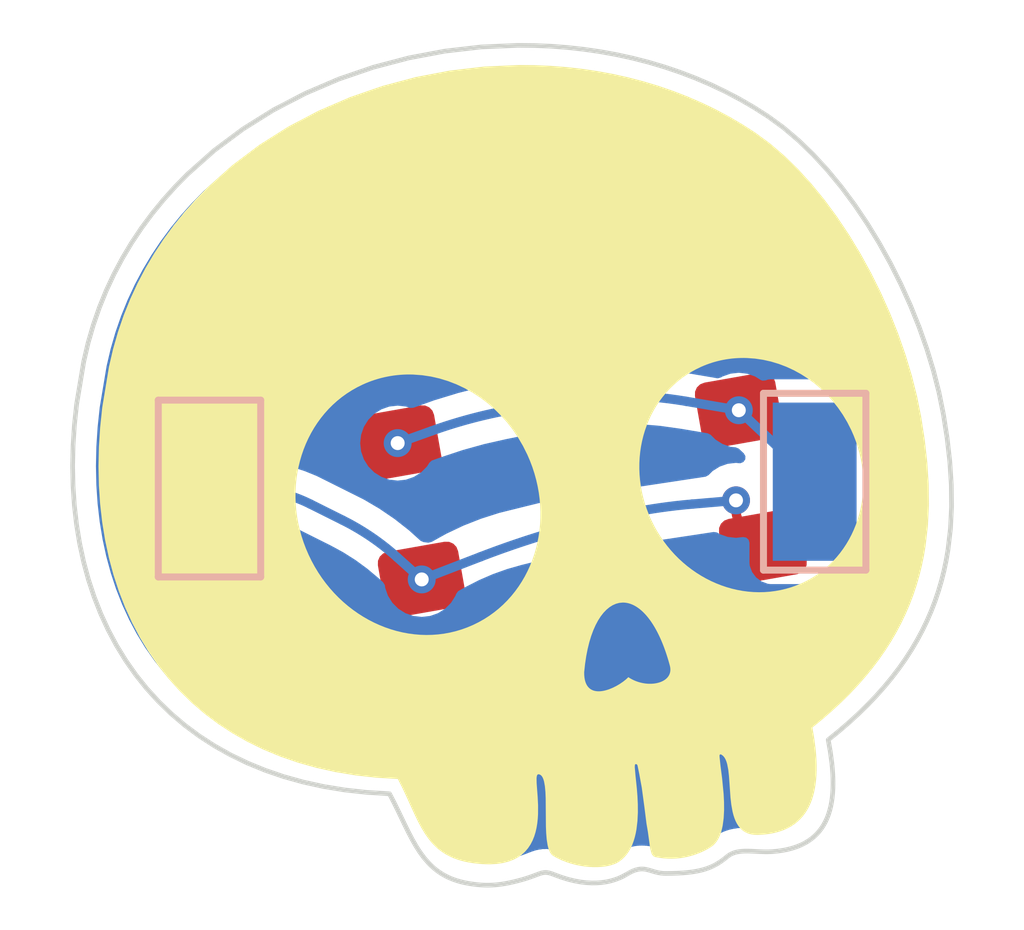
<source format=kicad_pcb>
(kicad_pcb (version 20240108) (generator "pcbnew") (generator_version "8.0")
  (layers (0 "F.Cu" signal) (31 "B.Cu" signal) (34 "B.Paste" user) (35 "F.Paste" user) (36 "B.SilkS" user "B.Silkscreen") (37 "F.SilkS" user "F.Silkscreen") (38 "B.Mask" user) (39 "F.Mask" user) (44 "Edge.Cuts" user))
  (net 0 "")
  (net 1 "Net-(D1-A)")
  (net 2 "Net-(D1-K)")
  (footprint "LED_SMD:LED_1206_3216Metric_Pad1.42x1.75mm_HandSolder" (layer "F.Cu") (at -3.199314 0.488344 100)
    (property "Reference" "D1" (hide yes))
    (property "Value" "SFH2701")
    (pad "1" smd roundrect (at -1.487502 0 100) (size 1.425 1.75) (layers "F.Cu" "F.Paste" "F.Mask") (roundrect_rratio 0.175439) (net 2 "Net-(D1-K)"))
    (pad "2" smd roundrect (at 1.487502 0 100) (size 1.425 1.75) (layers "F.Cu" "F.Paste" "F.Mask") (roundrect_rratio 0.175439) (net 1 "Net-(D1-A)"))
  )
  (footprint "Library:Physical" (layer "F.Cu") (at -1.5 -1)
    (property "Reference" "REF**" (hide yes))
    (property "Value" "Physical" (hide yes))
    (fp_poly (pts (xy 0.986938 -8.100074) (xy 1.324009 -8.085595) (xy 1.660003 -8.059706) (xy 1.994476 -8.022325) (xy 2.326987 -7.973371) (xy 2.657093 -7.91276) (xy 2.984351 -7.840412) (xy 3.308318 -7.756243) (xy 3.628553 -7.660172) (xy 3.944613 -7.552116) (xy 4.256054 -7.431993) (xy 4.562436 -7.299722) (xy 4.863314 -7.155219) (xy 5.158247 -6.998403) (xy 5.446793 -6.829191) (xy 5.728507 -6.647502) (xy 6.040339 -6.418013) (xy 6.346166 -6.156182) (xy 6.644722 -5.864589) (xy 6.934742 -5.545816) (xy 7.21496 -5.202443) (xy 7.484111 -4.837051) (xy 7.740929 -4.45222) (xy 7.984149 -4.050532) (xy 8.212505 -3.634568) (xy 8.424731 -3.206908) (xy 8.619563 -2.770133) (xy 8.795733 -2.326824) (xy 8.951978 -1.879562) (xy 9.08703 -1.430928) (xy 9.199626 -0.983502) (xy 9.288498 -0.539865) (xy 9.364716 -0.046722) (xy 9.418771 0.434109) (xy 9.449061 0.903097) (xy 9.453983 1.360715) (xy 9.431936 1.807433) (xy 9.381317 2.243723) (xy 9.344792 2.458105) (xy 9.300523 2.670057) (xy 9.24831 2.879636) (xy 9.187953 3.086904) (xy 9.119251 3.291917) (xy 9.042005 3.494736) (xy 8.956013 3.695419) (xy 8.861075 3.894025) (xy 8.756992 4.090613) (xy 8.643562 4.285241) (xy 8.520587 4.47797) (xy 8.387864 4.668857) (xy 8.245195 4.857961) (xy 8.092379 5.045342) (xy 7.929215 5.231058) (xy 7.755503 5.415169) (xy 7.571043 5.597732) (xy 7.375635 5.778807) (xy 7.169078 5.958454) (xy 6.951172 6.13673) (xy 6.99255 6.378644) (xy 7.022067 6.61154) (xy 7.032146 6.724338) (xy 7.038984 6.83456) (xy 7.042486 6.942097) (xy 7.042562 7.046844) (xy 7.039118 7.148693) (xy 7.032062 7.247536) (xy 7.021302 7.343266) (xy 7.006745 7.435776) (xy 6.9883 7.524959) (xy 6.965873 7.610708) (xy 6.939372 7.692915) (xy 6.908705 7.771473) (xy 6.873779 7.846274) (xy 6.834503 7.917212) (xy 6.790783 7.984179) (xy 6.742527 8.047068) (xy 6.689644 8.105771) (xy 6.63204 8.160182) (xy 6.569623 8.210193) (xy 6.5023 8.255697) (xy 6.429981 8.296587) (xy 6.352571 8.332755) (xy 6.269979 8.364093) (xy 6.182112 8.390496) (xy 6.088878 8.411855) (xy 5.990184 8.428064) (xy 5.885939 8.439014) (xy 5.776049 8.4446) (xy 5.696046 8.442024) (xy 5.623809 8.430405) (xy 5.558915 8.410313) (xy 5.500942 8.382319) (xy 5.449467 8.346993) (xy 5.404067 8.304906) (xy 5.364318 8.25663) (xy 5.329799 8.202733) (xy 5.300085 8.143788) (xy 5.274755 8.080365) (xy 5.253384 8.013035) (xy 5.235551 7.942368) (xy 5.208805 7.793308) (xy 5.191133 7.637749) (xy 5.169477 7.325402) (xy 5.158727 7.177743) (xy 5.143517 7.04185) (xy 5.120464 6.922287) (xy 5.104939 6.870056) (xy 5.086185 6.82362) (xy 5.063778 6.78355) (xy 5.037296 6.750415) (xy 5.006316 6.724788) (xy 4.985007 6.713247) (xy 4.966409 6.715536) (xy 4.955823 6.730128) (xy 4.956765 6.769102) (xy 4.976838 6.956248) (xy 5.012115 7.232926) (xy 5.044075 7.56339) (xy 5.053025 7.737621) (xy 5.0542 7.911893) (xy 5.045286 8.081737) (xy 5.023969 8.242685) (xy 5.007935 8.318427) (xy 4.987932 8.390269) (xy 4.963671 8.457653) (xy 4.934862 8.52002) (xy 4.901216 8.576812) (xy 4.862443 8.62747) (xy 4.818254 8.671435) (xy 4.76836 8.70815) (xy 4.720754 8.736693) (xy 4.668822 8.765448) (xy 4.612666 8.79392) (xy 4.552388 8.821616) (xy 4.48809 8.848042) (xy 4.419873 8.872702) (xy 4.34784 8.895104) (xy 4.272092 8.914753) (xy 4.192731 8.931156) (xy 4.109859 8.943817) (xy 4.023578 8.952243) (xy 3.933989 8.955941) (xy 3.841196 8.954415) (xy 3.745298 8.947173) (xy 3.646399 8.933719) (xy 3.5955 8.92364) (xy 3.561815 8.915568) (xy 3.537088 8.901144) (xy 3.514114 8.877122) (xy 3.496315 8.845795) (xy 3.466614 8.73621) (xy 3.442008 8.558846) (xy 3.416894 8.376027) (xy 3.386777 8.200229) (xy 3.34355 7.85542) (xy 3.285386 7.425221) (xy 3.231351 7.132021) (xy 3.194147 6.949547) (xy 3.180621 6.927899) (xy 3.161257 6.922543) (xy 3.142716 6.927899) (xy 3.138091 6.941927) (xy 3.138091 6.941932) (xy 3.135229 6.985739) (xy 3.151338 7.171867) (xy 3.164095 7.294719) (xy 3.170474 7.356145) (xy 3.176852 7.417571) (xy 3.180152 7.449355) (xy 3.192882 7.61179) (xy 3.201057 7.784381) (xy 3.202101 7.9629) (xy 3.193437 8.14312) (xy 3.172488 8.320812) (xy 3.156602 8.407388) (xy 3.136678 8.491748) (xy 3.112394 8.573361) (xy 3.083429 8.6517) (xy 3.049461 8.726236) (xy 3.010166 8.796441) (xy 2.965223 8.861785) (xy 2.914311 8.921742) (xy 2.857106 8.975781) (xy 2.793287 9.023375) (xy 2.737991 9.054398) (xy 2.674177 9.080685) (xy 2.602729 9.102135) (xy 2.52453 9.118643) (xy 2.440463 9.130106) (xy 2.35141 9.13642) (xy 2.258255 9.137483) (xy 2.161882 9.133191) (xy 2.063172 9.123441) (xy 1.963009 9.108128) (xy 1.862276 9.087151) (xy 1.761856 9.060405) (xy 1.662633 9.027787) (xy 1.565488 8.989193) (xy 1.471306 8.944522) (xy 1.380969 8.893668) (xy 1.3534 8.871831) (xy 1.329268 8.842645) (xy 1.308343 8.806632) (xy 1.290399 8.764313) (xy 1.275204 8.716211) (xy 1.262532 8.66285) (xy 1.243838 8.542434) (xy 1.232486 8.407246) (xy 1.226647 8.261463) (xy 1.224187 7.95483) (xy 1.221816 7.655965) (xy 1.216089 7.519892) (xy 1.204895 7.398299) (xy 1.186404 7.295362) (xy 1.173849 7.252197) (xy 1.158784 7.215262) (xy 1.14098 7.185082) (xy 1.120208 7.162177) (xy 1.096238 7.147071) (xy 1.068843 7.140286) (xy 1.050368 7.144866) (xy 1.037513 7.161644) (xy 1.029552 7.189756) (xy 1.02576 7.22834) (xy 1.027781 7.333465) (xy 1.037774 7.470108) (xy 1.049936 7.631358) (xy 1.058466 7.810306) (xy 1.057559 8.00004) (xy 1.051754 8.096793) (xy 1.041415 8.193651) (xy 1.025815 8.28975) (xy 1.004229 8.384227) (xy 0.975933 8.476218) (xy 0.940201 8.564859) (xy 0.896307 8.649286) (xy 0.843526 8.728636) (xy 0.781134 8.802044) (xy 0.708404 8.868647) (xy 0.624611 8.927581) (xy 0.52903 8.977983) (xy 0.420936 9.018988) (xy 0.299603 9.049732) (xy 0.164306 9.069352) (xy 0.01432 9.076985) (xy -0.15108 9.071765) (xy -0.332621 9.05283) (xy -0.429592 9.037329) (xy -0.521052 9.018307) (xy -0.607255 8.995852) (xy -0.688452 8.970049) (xy -0.764896 8.940988) (xy -0.836839 8.908754) (xy -0.904534 8.873435) (xy -0.968232 8.835119) (xy -1.028187 8.793893) (xy -1.08465 8.749844) (xy -1.137874 8.703058) (xy -1.188112 8.653625) (xy -1.235615 8.60163) (xy -1.280636 8.54716) (xy -1.36424 8.431149) (xy -1.440944 8.306289) (xy -1.512766 8.173277) (xy -1.581725 8.032812) (xy -1.64984 7.885592) (xy -1.791611 7.57368) (xy -1.869304 7.410383) (xy -1.954227 7.243123) (xy -2.417878 7.214909) (xy -2.86448 7.165105) (xy -3.293997 7.094264) (xy -3.706394 7.002942) (xy -4.101636 6.89169) (xy -4.479687 6.761065) (xy -4.840512 6.61162) (xy -5.184075 6.443908) (xy -5.510341 6.258485) (xy -5.819275 6.055903) (xy -6.11084 5.836718) (xy -6.385003 5.601483) (xy -6.641727 5.350752) (xy -6.880976 5.085079) (xy -6.989781 4.947657) (xy 2.048629 4.947657) (xy 2.049836 5.008896) (xy 2.055018 5.064437) (xy 2.063963 5.114477) (xy 2.076456 5.159212) (xy 2.092284 5.198838) (xy 2.111231 5.23355) (xy 2.133085 5.263546) (xy 2.157631 5.289021) (xy 2.184655 5.310172) (xy 2.213943 5.327194) (xy 2.245281 5.340284) (xy 2.278455 5.349637) (xy 2.313252 5.35545) (xy 2.349456 5.35792) (xy 2.386854 5.357241) (xy 2.425233 5.353611) (xy 2.464377 5.347224) (xy 2.504074 5.338279) (xy 2.544108 5.32697) (xy 2.584266 5.313493) (xy 2.664098 5.280823) (xy 2.741857 5.241836) (xy 2.815832 5.198103) (xy 2.884309 5.151191) (xy 2.945578 5.102671) (xy 2.997925 5.05411) (xy 3.0354 5.078059) (xy 3.07393 5.099729) (xy 3.113349 5.119142) (xy 3.153487 5.136322) (xy 3.194179 5.151291) (xy 3.235254 5.164073) (xy 3.276546 5.174691) (xy 3.317887 5.183168) (xy 3.359109 5.189526) (xy 3.400044 5.193788) (xy 3.440525 5.195979) (xy 3.480383 5.19612) (xy 3.51945 5.194235) (xy 3.557559 5.190346) (xy 3.594542 5.184477) (xy 3.630231 5.17665) (xy 3.664458 5.16689) (xy 3.697056 5.155218) (xy 3.727856 5.141657) (xy 3.75669 5.126231) (xy 3.783392 5.108963) (xy 3.807792 5.089876) (xy 3.829723 5.068992) (xy 3.849018 5.046335) (xy 3.865508 5.021927) (xy 3.879026 4.995792) (xy 3.889403 4.967953) (xy 3.896472 4.938432) (xy 3.900065 4.907253) (xy 3.900014 4.874439) (xy 3.896152 4.840012) (xy 3.88831 4.803996) (xy 3.864703 4.719184) (xy 3.840234 4.637178) (xy 3.814935 4.557971) (xy 3.788841 4.481556) (xy 3.761987 4.407927) (xy 3.734407 4.337078) (xy 3.706136 4.269004) (xy 3.677207 4.203697) (xy 3.647655 4.141152) (xy 3.617514 4.081363) (xy 3.586818 4.024322) (xy 3.555603 3.970025) (xy 3.523902 3.918464) (xy 3.491749 3.869635) (xy 3.45918 3.823529) (xy 3.426227 3.780142) (xy 3.392926 3.739467) (xy 3.359311 3.701498) (xy 3.325416 3.666229) (xy 3.291276 3.633653) (xy 3.256924 3.603765) (xy 3.222396 3.576558) (xy 3.187725 3.552026) (xy 3.152945 3.530162) (xy 3.118092 3.510962) (xy 3.0832 3.494417) (xy 3.048302 3.480523) (xy 3.013433 3.469273) (xy 2.978628 3.460661) (xy 2.94392 3.454681) (xy 2.909345 3.451325) (xy 2.874936 3.45059) (xy 2.874937 3.450591) (xy 2.802389 3.457722) (xy 2.731082 3.476646) (xy 2.661346 3.507304) (xy 2.593512 3.549641) (xy 2.527914 3.603598) (xy 2.464881 3.669117) (xy 2.404746 3.746143) (xy 2.347841 3.834616) (xy 2.294495 3.934481) (xy 2.245043 4.045679) (xy 2.199813 4.168153) (xy 2.15914 4.301846) (xy 2.123353 4.4467) (xy 2.092784 4.602658) (xy 2.067766 4.769663) (xy 2.048629 4.947657) (xy -6.989781 4.947657) (xy -7.102716 4.805019) (xy -7.306911 4.511125) (xy -7.493526 4.203952) (xy -7.662525 3.884054) (xy -7.813873 3.551984) (xy -7.947534 3.208296) (xy -8.063473 2.853546) (xy -8.161654 2.488286) (xy -8.242043 2.113072) (xy -8.304603 1.728456) (xy -8.3493 1.334993) (xy -8.358438 1.197982) (xy -4.152218 1.197982) (xy -4.146791 1.333989) (xy -4.135064 1.470596) (xy -4.116961 1.607571) (xy -4.092412 1.744686) (xy -4.061341 1.881709) (xy -4.023677 2.018412) (xy -3.979346 2.154564) (xy -3.928274 2.289935) (xy -3.870389 2.424296) (xy -3.806373 2.555851) (xy -3.737143 2.682903) (xy -3.662923 2.805358) (xy -3.583933 2.923121) (xy -3.500396 3.036097) (xy -3.412535 3.144192) (xy -3.32057 3.247312) (xy -3.224724 3.34536) (xy -3.125219 3.438244) (xy -3.022277 3.525867) (xy -2.91612 3.608136) (xy -2.80697 3.684955) (xy -2.695048 3.756231) (xy -2.580578 3.821868) (xy -2.46378 3.881771) (xy -2.344877 3.935846) (xy -2.224091 3.983999) (xy -2.101644 4.026134) (xy -1.977757 4.062157) (xy -1.852654 4.091974) (xy -1.726555 4.115489) (xy -1.599683 4.132608) (xy -1.472259 4.143236) (xy -1.344507 4.147278) (xy -1.216647 4.144641) (xy -1.088902 4.135228) (xy -0.961493 4.118947) (xy -0.834644 4.0957) (xy -0.708574 4.065395) (xy -0.583508 4.027937) (xy -0.459666 3.98323) (xy -0.337271 3.931181) (xy -0.217958 3.87242) (xy -0.103263 3.807771) (xy 0.00674 3.737464) (xy 0.111978 3.661729) (xy 0.212377 3.580796) (xy 0.307865 3.494894) (xy 0.398368 3.404254) (xy 0.483814 3.309106) (xy 0.564128 3.209679) (xy 0.639239 3.106204) (xy 0.709073 2.998911) (xy 0.773556 2.888029) (xy 0.832615 2.773788) (xy 0.886178 2.656419) (xy 0.934171 2.536151) (xy 0.976521 2.413214) (xy 1.013156 2.287839) (xy 1.044001 2.160255) (xy 1.068983 2.030692) (xy 1.08803 1.899381) (xy 1.101068 1.76655) (xy 1.108025 1.632431) (xy 1.108827 1.497253) (xy 1.1034 1.361245) (xy 1.091672 1.224639) (xy 1.07357 1.087664) (xy 1.04902 0.950549) (xy 1.01795 0.813526) (xy 0.980286 0.676823) (xy 0.947404 0.575836) (xy 3.2332 0.575836) (xy 3.238171 0.698143) (xy 3.248902 0.820989) (xy 3.26546 0.944165) (xy 3.287912 1.067467) (xy 3.316325 1.190686) (xy 3.350765 1.313616) (xy 3.391299 1.43605) (xy 3.437994 1.557782) (xy 3.490918 1.678605) (xy 3.549442 1.79692) (xy 3.612734 1.911187) (xy 3.680588 2.021319) (xy 3.752803 2.127233) (xy 3.829176 2.228842) (xy 3.909503 2.326062) (xy 3.993582 2.418807) (xy 4.081209 2.506992) (xy 4.172182 2.590532) (xy 4.266298 2.669342) (xy 4.363354 2.743337) (xy 4.463147 2.812432) (xy 4.565474 2.87654) (xy 4.670132 2.935579) (xy 4.776917 2.989461) (xy 4.885628 3.038102) (xy 4.996061 3.081416) (xy 5.108013 3.11932) (xy 5.221282 3.151727) (xy 5.335664 3.178552) (xy 5.450956 3.19971) (xy 5.566956 3.215116) (xy 5.68346 3.224685) (xy 5.800265 3.228331) (xy 5.917169 3.22597) (xy 6.033969 3.217516) (xy 6.150462 3.202884) (xy 6.266444 3.18199) (xy 6.381713 3.154747) (xy 6.496066 3.121071) (xy 6.609299 3.080876) (xy 6.721211 3.034077) (xy 6.830277 2.981211) (xy 6.935119 2.923051) (xy 7.035672 2.859804) (xy 7.131868 2.791677) (xy 7.223641 2.718877) (xy 7.310923 2.64161) (xy 7.393648 2.560084) (xy 7.47175 2.474505) (xy 7.54516 2.385079) (xy 7.613813 2.292015) (xy 7.677641 2.195517) (xy 7.736578 2.095794) (xy 7.790557 1.993051) (xy 7.839511 1.887496) (xy 7.883374 1.779335) (xy 7.922077 1.668776) (xy 7.955555 1.556024) (xy 7.983741 1.441287) (xy 8.006568 1.324772) (xy 8.023969 1.206684) (xy 8.035877 1.087231) (xy 8.042225 0.966621) (xy 8.042947 0.845058) (xy 8.037976 0.722751) (xy 8.027245 0.599905) (xy 8.010686 0.476729) (xy 7.988234 0.353427) (xy 7.959822 0.230208) (xy 7.925382 0.107278) (xy 7.884848 -0.015156) (xy 7.838152 -0.136888) (xy 7.785229 -0.257711) (xy 7.700542 -0.424634) (xy 7.605838 -0.584023) (xy 7.501683 -0.735486) (xy 7.388644 -0.878632) (xy 7.267285 -1.013071) (xy 7.138173 -1.138411) (xy 7.001872 -1.254262) (xy 6.85895 -1.360233) (xy 6.709971 -1.455933) (xy 6.555501 -1.540972) (xy 6.396106 -1.614958) (xy 6.232352 -1.677501) (xy 6.064805 -1.728209) (xy 5.894029 -1.766692) (xy 5.720591 -1.792559) (xy 5.545057 -1.80542) (xy 5.480537 -1.806789) (xy 5.416213 -1.806343) (xy 5.352117 -1.804088) (xy 5.288283 -1.800032) (xy 5.224746 -1.79418) (xy 5.161537 -1.78654) (xy 5.098691 -1.777117) (xy 5.036241 -1.765919) (xy 4.974221 -1.752951) (xy 4.912665 -1.738221) (xy 4.851606 -1.721734) (xy 4.791077 -1.703497) (xy 4.731112 -1.683517) (xy 4.671744 -1.661801) (xy 4.613008 -1.638354) (xy 4.554936 -1.613184) (xy 4.44587 -1.560317) (xy 4.341028 -1.502157) (xy 4.240475 -1.43891) (xy 4.144279 -1.370783) (xy 4.052506 -1.297983) (xy 3.965224 -1.220716) (xy 3.882499 -1.13919) (xy 3.804397 -1.053611) (xy 3.730987 -0.964185) (xy 3.662334 -0.871121) (xy 3.598506 -0.774623) (xy 3.539569 -0.6749) (xy 3.48559 -0.572157) (xy 3.436636 -0.466602) (xy 3.392774 -0.358441) (xy 3.35407 -0.247882) (xy 3.320592 -0.13513) (xy 3.292406 -0.020393) (xy 3.269579 0.096122) (xy 3.252178 0.21421) (xy 3.24027 0.333662) (xy 3.233922 0.454273) (xy 3.2332 0.575836) (xy 0.947404 0.575836) (xy 0.935954 0.540671) (xy 0.884883 0.4053) (xy 0.826998 0.270939) (xy 0.734358 0.085316) (xy 0.630761 -0.091926) (xy 0.516825 -0.260352) (xy 0.393169 -0.419528) (xy 0.260413 -0.569019) (xy 0.119176 -0.708391) (xy -0.029924 -0.837207) (xy -0.186267 -0.955035) (xy -0.349235 -1.061439) (xy -0.518208 -1.155984) (xy -0.692568 -1.238236) (xy -0.871695 -1.307761) (xy -1.05497 -1.364123) (xy -1.241775 -1.406887) (xy -1.431491 -1.43562) (xy -1.623498 -1.449886) (xy -1.694048 -1.45139) (xy -1.764383 -1.450876) (xy -1.834469 -1.448352) (xy -1.904268 -1.443826) (xy -1.973742 -1.437305) (xy -2.042857 -1.428795) (xy -2.111575 -1.418305) (xy -2.179858 -1.405841) (xy -2.247672 -1.39141) (xy -2.314979 -1.37502) (xy -2.381742 -1.356679) (xy -2.447924 -1.336392) (xy -2.51349 -1.314169) (xy -2.578402 -1.290015) (xy -2.642624 -1.263938) (xy -2.706119 -1.235946) (xy -2.825433 -1.177185) (xy -2.940128 -1.112536) (xy -3.050131 -1.042229) (xy -3.155368 -0.966494) (xy -3.255768 -0.885561) (xy -3.351256 -0.799659) (xy -3.441759 -0.70902) (xy -3.527205 -0.613871) (xy -3.607519 -0.514445) (xy -3.68263 -0.410969) (xy -3.752464 -0.303676) (xy -3.816947 -0.192794) (xy -3.876006 -0.078553) (xy -3.929569 0.038816) (xy -3.977562 0.159084) (xy -4.019913 0.28202) (xy -4.056547 0.407396) (xy -4.087392 0.53498) (xy -4.112374 0.664542) (xy -4.131421 0.795854) (xy -4.14446 0.928685) (xy -4.151416 1.062804) (xy -4.152218 1.197982) (xy -8.358438 1.197982) (xy -8.376097 0.933238) (xy -8.38496 0.523743) (xy -8.375853 0.107064) (xy -8.34874 -0.316246) (xy -8.303587 -0.745632) (xy -8.159016 -1.620418) (xy -8.071257 -1.9996) (xy -7.965526 -2.368451) (xy -7.84241 -2.726864) (xy -7.702497 -3.074735) (xy -7.546374 -3.411956) (xy -7.37463 -3.738421) (xy -7.187851 -4.054025) (xy -6.986625 -4.35866) (xy -6.771541 -4.652221) (xy -6.543184 -4.934601) (xy -6.302143 -5.205694) (xy -6.049005 -5.465395) (xy -5.50879 -5.95019) (xy -4.927239 -6.388139) (xy -4.309052 -6.77839) (xy -3.658929 -7.120094) (xy -2.981572 -7.4124) (xy -2.281679 -7.65446) (xy -1.563952 -7.845422) (xy -0.833091 -7.984437) (xy -0.093797 -8.070655) (xy 0.649231 -8.103227)) (stroke (width -0.000001)) (fill solid) (layer "F.SilkS"))
    (fp_poly (pts (xy 0.978971 -8.521695) (xy 1.335715 -8.506504) (xy 1.69132 -8.479347) (xy 2.045316 -8.440138) (xy 2.397235 -8.388794) (xy 2.746609 -8.325229) (xy 3.092969 -8.249359) (xy 3.435847 -8.161099) (xy 3.774774 -8.060364) (xy 4.109282 -7.947069) (xy 4.438903 -7.821131) (xy 4.763167 -7.682463) (xy 5.081608 -7.530981) (xy 5.393755 -7.366601) (xy 5.699142 -7.189238) (xy 5.997298 -6.998806) (xy 6.327328 -6.758285) (xy 6.650999 -6.483871) (xy 6.966974 -6.178269) (xy 7.273913 -5.844183) (xy 7.570477 -5.484318) (xy 7.855327 -5.101376) (xy 8.127123 -4.698063) (xy 8.384528 -4.277082) (xy 8.626201 -3.841138) (xy 8.850803 -3.392935) (xy 9.056996 -2.935177) (xy 9.24344 -2.470567) (xy 9.408797 -2.001812) (xy 9.551726 -1.531614) (xy 9.67089 -1.062677) (xy 9.764948 -0.597706) (xy 9.845614 -0.080846) (xy 9.902823 0.423114) (xy 9.93488 0.914668) (xy 9.940089 1.394308) (xy 9.916754 1.862528) (xy 9.863179 2.319821) (xy 9.824523 2.544523) (xy 9.77767 2.766679) (xy 9.722409 2.986349) (xy 9.658529 3.203595) (xy 9.585817 3.41848) (xy 9.504062 3.631064) (xy 9.413051 3.841409) (xy 9.312572 4.049577) (xy 9.202414 4.25563) (xy 9.082364 4.459628) (xy 8.952211 4.661635) (xy 8.811742 4.861711) (xy 8.660746 5.059917) (xy 8.499011 5.256317) (xy 8.326324 5.450971) (xy 8.142474 5.64394) (xy 7.947249 5.835287) (xy 7.740436 6.025074) (xy 7.521825 6.213361) (xy 7.291202 6.40021) (xy 7.335426 6.65294) (xy 7.36789 6.894783) (xy 7.379433 7.011436) (xy 7.387702 7.125144) (xy 7.392586 7.235832) (xy 7.393973 7.343426) (xy 7.391751 7.447851) (xy 7.385811 7.549032) (xy 7.37604 7.646896) (xy 7.362326 7.741367) (xy 7.34456 7.832372) (xy 7.322628 7.919835) (xy 7.296421 8.003681) (xy 7.265827 8.083838) (xy 7.230733 8.160229) (xy 7.19103 8.23278) (xy 7.146606 8.301418) (xy 7.097349 8.366066) (xy 7.043148 8.426651) (xy 6.983892 8.483099) (xy 6.919469 8.535334) (xy 6.849769 8.583282) (xy 6.774679 8.626869) (xy 6.694089 8.666019) (xy 6.607887 8.70066) (xy 6.515962 8.730715) (xy 6.418203 8.756111) (xy 6.314497 8.776772) (xy 6.204735 8.792625) (xy 6.088804 8.803594) (xy 6.019597 8.806953) (xy 5.950809 8.807574) (xy 5.882596 8.806141) (xy 5.815117 8.803335) (xy 5.682989 8.796333) (xy 5.618656 8.793499) (xy 5.555686 8.792021) (xy 5.494237 8.792579) (xy 5.434466 8.795855) (xy 5.376532 8.802532) (xy 5.320591 8.813291) (xy 5.293417 8.820414) (xy 5.2668 8.828814) (xy 5.240761 8.838575) (xy 5.215318 8.849783) (xy 5.190492 8.862522) (xy 5.166302 8.876879) (xy 5.142768 8.892939) (xy 5.11991 8.910785) (xy 5.062638 8.956969) (xy 5.005333 8.999706) (xy 4.947278 9.039061) (xy 4.887759 9.075097) (xy 4.826061 9.107879) (xy 4.761469 9.137473) (xy 4.693267 9.163942) (xy 4.620741 9.187351) (xy 4.543175 9.207764) (xy 4.459855 9.225247) (xy 4.370066 9.239862) (xy 4.273092 9.251676) (xy 4.168218 9.260752) (xy 4.05473 9.267155) (xy 3.931913 9.270949) (xy 3.799051 9.272199) (xy 3.76716 9.271571) (xy 3.736656 9.269769) (xy 3.707441 9.266916) (xy 3.679416 9.263135) (xy 3.626542 9.253285) (xy 3.577245 9.241204) (xy 3.48623 9.214297) (xy 3.442935 9.201443) (xy 3.400062 9.190304) (xy 3.356824 9.181866) (xy 3.334821 9.178969) (xy 3.312432 9.177116) (xy 3.289557 9.176433) (xy 3.266097 9.177041) (xy 3.241955 9.179064) (xy 3.217031 9.182626) (xy 3.191228 9.187849) (xy 3.164446 9.194858) (xy 3.136587 9.203775) (xy 3.107552 9.214723) (xy 3.077243 9.227827) (xy 3.045561 9.243208) (xy 3.012408 9.260991) (xy 2.977685 9.281299) (xy 2.877919 9.336392) (xy 2.818376 9.364154) (xy 2.752232 9.390847) (xy 2.679367 9.415557) (xy 2.599659 9.437374) (xy 2.512988 9.455386) (xy 2.419234 9.468683) (xy 2.318276 9.476352) (xy 2.209994 9.477482) (xy 2.094266 9.471163) (xy 1.970972 9.456482) (xy 1.839992 9.432529) (xy 1.701205 9.398391) (xy 1.55449 9.353159) (xy 1.399726 9.295919) (xy 1.353478 9.278511) (xy 1.312582 9.265569) (xy 1.275928 9.256845) (xy 1.242404 9.252094) (xy 1.210902 9.251069) (xy 1.180309 9.253522) (xy 1.149516 9.259209) (xy 1.117411 9.267882) (xy 1.082884 9.279294) (xy 1.044825 9.2932) (xy 0.953667 9.327504) (xy 0.898346 9.347409) (xy 0.835051 9.368822) (xy 0.76267 9.391495) (xy 0.680093 9.415182) (xy 0.594006 9.437882) (xy 0.511872 9.457743) (xy 0.433311 9.474852) (xy 0.357944 9.489299) (xy 0.285392 9.50117) (xy 0.215275 9.510556) (xy 0.147213 9.517543) (xy 0.080827 9.522222) (xy 0.015737 9.524679) (xy -0.048436 9.525004) (xy -0.112072 9.523285) (xy -0.17555 9.51961) (xy -0.23925 9.514068) (xy -0.303552 9.506746) (xy -0.368834 9.497735) (xy -0.435476 9.487121) (xy -0.529494 9.468988) (xy -0.618668 9.447223) (xy -0.703217 9.421921) (xy -0.783361 9.39317) (xy -0.859322 9.361064) (xy -0.931319 9.325694) (xy -0.999572 9.28715) (xy -1.064302 9.245525) (xy -1.12573 9.20091) (xy -1.184074 9.153396) (xy -1.239557 9.103074) (xy -1.292397 9.050037) (xy -1.391032 8.936181) (xy -1.481742 8.812558) (xy -1.566288 8.6799) (xy -1.646434 8.538939) (xy -1.723941 8.390405) (xy -1.800571 8.235032) (xy -1.95825 7.906687) (xy -2.042823 7.73518) (xy -2.133568 7.559758) (xy -2.62428 7.530187) (xy -3.09695 7.477987) (xy -3.551542 7.403738) (xy -3.988016 7.308022) (xy -4.406337 7.191418) (xy -4.806465 7.054509) (xy -5.188364 6.897873) (xy -5.551995 6.722093) (xy -5.897322 6.527749) (xy -6.224305 6.315421) (xy -6.532909 6.085691) (xy -6.823094 5.839139) (xy -7.094823 5.576346) (xy -7.348059 5.297893) (xy -7.582764 5.00436) (xy -7.798901 4.696328) (xy -7.996431 4.374379) (xy -8.175316 4.039092) (xy -8.33552 3.691048) (xy -8.477005 3.330829) (xy -8.599733 2.959015) (xy -8.703665 2.576186) (xy -8.788766 2.182924) (xy -8.854996 1.779809) (xy -8.902318 1.367422) (xy -8.930695 0.946344) (xy -8.940089 0.517156) (xy -8.930462 0.080437) (xy -8.901777 -0.36323) (xy -8.853995 -0.813266) (xy -8.700993 -1.730119) (xy -8.608111 -2.127535) (xy -8.496207 -2.514126) (xy -8.365902 -2.889779) (xy -8.21782 -3.254384) (xy -8.05258 -3.607828) (xy -7.870806 -3.950001) (xy -7.67312 -4.280791) (xy -7.460142 -4.600087) (xy -7.232496 -4.907777) (xy -6.990803 -5.203749) (xy -6.735684 -5.487892) (xy -6.467763 -5.760095) (xy -5.895999 -6.268234) (xy -5.280486 -6.727273) (xy -4.626198 -7.136322) (xy -3.938112 -7.494488) (xy -3.221203 -7.800879) (xy -2.480446 -8.054604) (xy -1.720816 -8.254771) (xy -0.947289 -8.400488) (xy -0.16484 -8.490863) (xy 0.621555 -8.525004)) (stroke (width 0.1)) (fill none) (layer "Edge.Cuts"))
  )
  (footprint "LED_SMD:LED_1206_3216Metric_Pad1.42x1.75mm_HandSolder" (layer "F.Cu") (at 4.128625 -0.217995 -80)
    (property "Reference" "D2" (hide yes))
    (property "Value" "SFH2701")
    (pad "1" smd roundrect (at -1.487502 0 280) (size 1.425 1.75) (layers "F.Cu" "F.Paste" "F.Mask") (roundrect_rratio 0.175439) (net 1 "Net-(D1-A)"))
    (pad "2" smd roundrect (at 1.487502 0 280) (size 1.425 1.75) (layers "F.Cu" "F.Paste" "F.Mask") (roundrect_rratio 0.175439) (net 2 "Net-(D1-K)"))
  )
  (footprint "TestPoint:TestPoint_Keystone_5015_Micro-Minature" (layer "B.Cu") (at 5.5 -0.147134 -90)
    (property "Reference" "TP1" (hide yes))
    (property "Value" "TestPoint")
    (fp_line (start -1.9 1.1) (end -1.9 -1.1) (stroke (width 0.15)) (layer "B.SilkS"))
    (fp_line (start 1.9 1.1) (end -1.9 1.1) (stroke (width 0.15)) (layer "B.SilkS"))
    (fp_line (start -1.9 -1.1) (end 1.9 -1.1) (stroke (width 0.15)) (layer "B.SilkS"))
    (fp_line (start 1.9 -1.1) (end 1.9 1.1) (stroke (width 0.15)) (layer "B.SilkS"))
    (pad "1" smd rect (at 0 0 270) (size 3.4 1.8) (layers "B.Cu" "B.Paste" "B.Mask") (net 1 "Net-(D1-A)"))
  )
  (footprint "TestPoint:TestPoint_Keystone_5015_Micro-Minature" (layer "B.Cu") (at -7.5 0 -90)
    (property "Reference" "TP2" (hide yes))
    (property "Value" "TestPoint")
    (fp_line (start -1.9 1.1) (end -1.9 -1.1) (stroke (width 0.15)) (layer "B.SilkS"))
    (fp_line (start 1.9 1.1) (end -1.9 1.1) (stroke (width 0.15)) (layer "B.SilkS"))
    (fp_line (start -1.9 -1.1) (end 1.9 -1.1) (stroke (width 0.15)) (layer "B.SilkS"))
    (fp_line (start 1.9 -1.1) (end 1.9 1.1) (stroke (width 0.15)) (layer "B.SilkS"))
    (pad "1" smd rect (at 0 0 270) (size 3.4 1.8) (layers "B.Cu" "B.Paste" "B.Mask") (net 2 "Net-(D1-K)"))
  )
  (via (at 3.870323 -1.682897) (size 0.6) (drill 0.3) (layers "F.Cu" "B.Cu") (net 1))
  (via (at -3.457616 -0.976558) (size 0.6) (drill 0.3) (layers "F.Cu" "B.Cu") (net 1))
  (segment (start -3.457616 -0.976558) (end -2.728807 -1.238277) (width 0.2) (layer "B.Cu") (net 1))
  (segment (start 3.870323 -1.682897) (end 5.5 -0.147134) (width 0.2) (layer "B.Cu") (net 1))
  (segment (start 2.739443 -1.874628) (end 3.870323 -1.682897) (width 0.2) (layer "B.Cu") (net 1))
  (segment (start -0.235431 -1.852911) (end -1.240659 -1.651864) (width 0.2) (layer "B.Cu") (net 1))
  (arc (start -1.240659 -1.651864) (mid -1.992355 -1.472495) (end -2.728807 -1.238277) (width 0.2) (layer "B.Cu") (net 1))
  (arc (start 1.25 -1.999997) (mid 1.997355 -1.968598) (end 2.739443 -1.874628) (width 0.2) (layer "B.Cu") (net 1))
  (arc (start 1.25 -1.999997) (mid 0.503652 -1.963136) (end -0.235431 -1.852911) (width 0.2) (layer "B.Cu") (net 1))
  (segment (start 3.81 0.461991) (end 3.81 0.254) (width 0.2) (layer "F.Cu") (net 2))
  (segment (start 3.957071 0.817053) (end 4.386927 1.246909) (width 0.2) (layer "F.Cu") (net 2))
  (via (at -2.941012 1.953246) (size 0.6) (drill 0.3) (layers "F.Cu" "B.Cu") (net 2))
  (via (at 3.81 0.254) (size 0.6) (drill 0.3) (layers "F.Cu" "B.Cu") (net 2))
  (arc (start 3.81 0.461991) (mid 3.848222 0.654149) (end 3.957071 0.817053) (width 0.2) (layer "F.Cu") (net 2))
  (segment (start -3.470506 1.476622) (end -2.941012 1.953246) (width 0.2) (layer "B.Cu") (net 2))
  (segment (start -6.75 0) (end -7.5 0) (width 0.2) (layer "B.Cu") (net 2))
  (segment (start -1.674697 1.465435) (end -2.941012 1.953246) (width 0.2) (layer "B.Cu") (net 2))
  (segment (start 0.998304 0.643173) (end 0.705648 0.715609) (width 0.2) (layer "B.Cu") (net 2))
  (segment (start -5.329179 0.335409) (end -4.637203 0.681397) (width 0.2) (layer "B.Cu") (net 2))
  (segment (start 2.864648 0.334609) (end 3.81 0.254) (width 0.2) (layer "B.Cu") (net 2))
  (arc (start 2.864648 0.334609) (mid 1.925395 0.452111) (end 0.998304 0.643173) (width 0.2) (layer "B.Cu") (net 2))
  (arc (start -4.637203 0.681397) (mid -4.027049 1.039683) (end -3.470506 1.476622) (width 0.2) (layer "B.Cu") (net 2))
  (arc (start 0.705648 0.715609) (mid -0.49625 1.053297) (end -1.674697 1.465435) (width 0.2) (layer "B.Cu") (net 2))
  (arc (start -5.329179 0.335409) (mid -6.020063 0.084989) (end -6.75 0) (width 0.2) (layer "B.Cu") (net 2))
  (zone (net 0) (net_name "") (layer "B.Cu") (connect_pads (clearance 0.5)) (min_thickness 0.25) (fill yes (thermal_gap 0.5) (thermal_bridge_width 0.5) (island_removal_mode 1) (island_area_min 10))
    (polygon (pts (xy -11.5 -10.5) (xy 10 -10.5) (xy 9.5 9.5) (xy -12 9.5)))
  )
)
</source>
